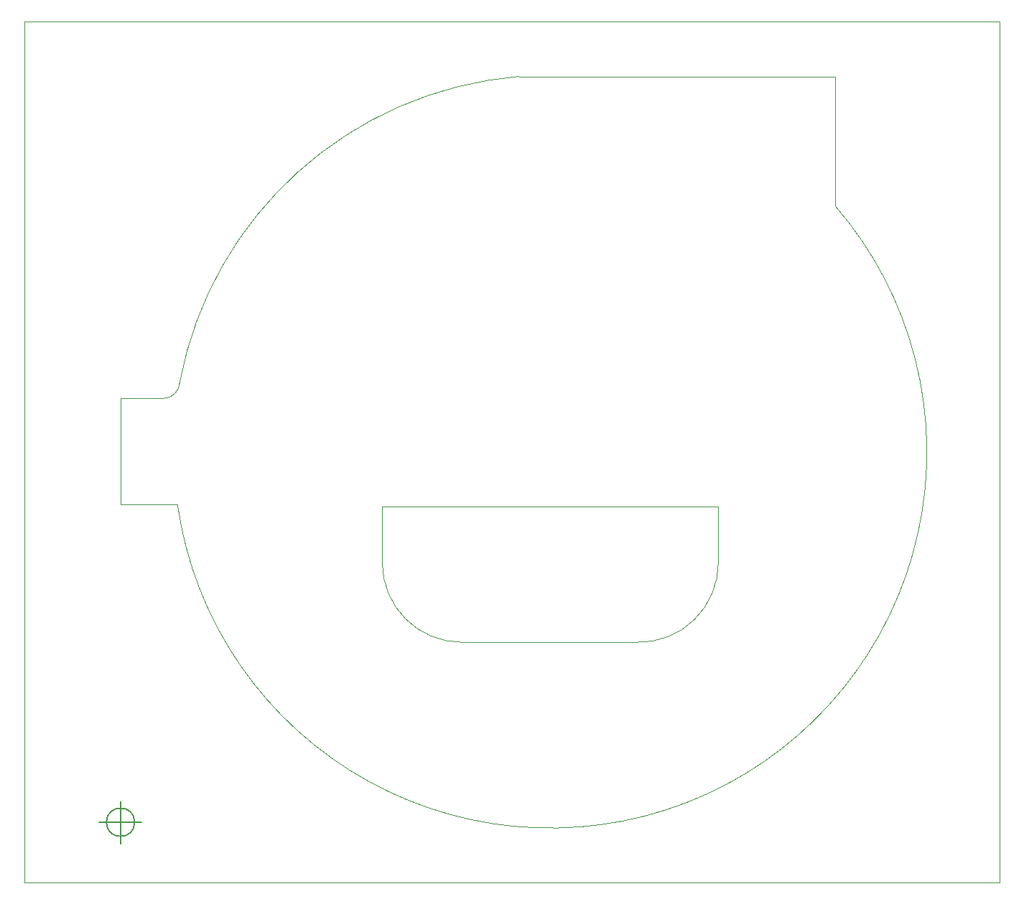
<source format=gbr>
G04 #@! TF.GenerationSoftware,KiCad,Pcbnew,(5.0.2)-1*
G04 #@! TF.CreationDate,2019-01-08T10:51:14-07:00*
G04 #@! TF.ProjectId,MagSensor,4d616753-656e-4736-9f72-2e6b69636164,rev?*
G04 #@! TF.SameCoordinates,Original*
G04 #@! TF.FileFunction,Profile,NP*
%FSLAX46Y46*%
G04 Gerber Fmt 4.6, Leading zero omitted, Abs format (unit mm)*
G04 Created by KiCad (PCBNEW (5.0.2)-1) date 1/8/2019 10:51:14 AM*
%MOMM*%
%LPD*%
G01*
G04 APERTURE LIST*
%ADD10C,0.025400*%
%ADD11C,0.200000*%
G04 APERTURE END LIST*
D10*
X65000000Y-177800000D02*
X65000000Y-76200000D01*
X180000000Y-177800000D02*
X65000000Y-177800000D01*
X180000000Y-76200000D02*
X180000000Y-177800000D01*
X65000000Y-76200000D02*
X180000000Y-76200000D01*
X81323088Y-120705684D02*
G75*
G03X83323088Y-118705684I0J2000000D01*
G01*
X76323088Y-133205684D02*
X83043088Y-133205684D01*
X160573088Y-82705684D02*
X160573088Y-97955684D01*
X83043631Y-133209845D02*
G75*
G03X160573088Y-97955684I43956369J6209845D01*
G01*
X123322193Y-82694898D02*
X160573088Y-82705684D01*
D11*
X77989754Y-170705684D02*
G75*
G03X77989754Y-170705684I-1666666J0D01*
G01*
X73823088Y-170705684D02*
X78823088Y-170705684D01*
X76323088Y-168205684D02*
X76323088Y-173205684D01*
D10*
X116582088Y-149471284D02*
X137156088Y-149471284D01*
X107184088Y-140073284D02*
G75*
G03X116582088Y-149471284I9398000J0D01*
G01*
X107184088Y-133469284D02*
X107184088Y-140073284D01*
X137164077Y-149468064D02*
G75*
G03X146808088Y-140073284I246011J9394780D01*
G01*
X146808088Y-133469284D02*
X146808088Y-140073284D01*
X107184088Y-133469284D02*
X146808088Y-133469284D01*
X123322193Y-82694898D02*
G75*
G03X83323088Y-118705684I3677807J-44305102D01*
G01*
X76323088Y-120705684D02*
X76323088Y-133205684D01*
X81323088Y-120705684D02*
X76323088Y-120705684D01*
M02*

</source>
